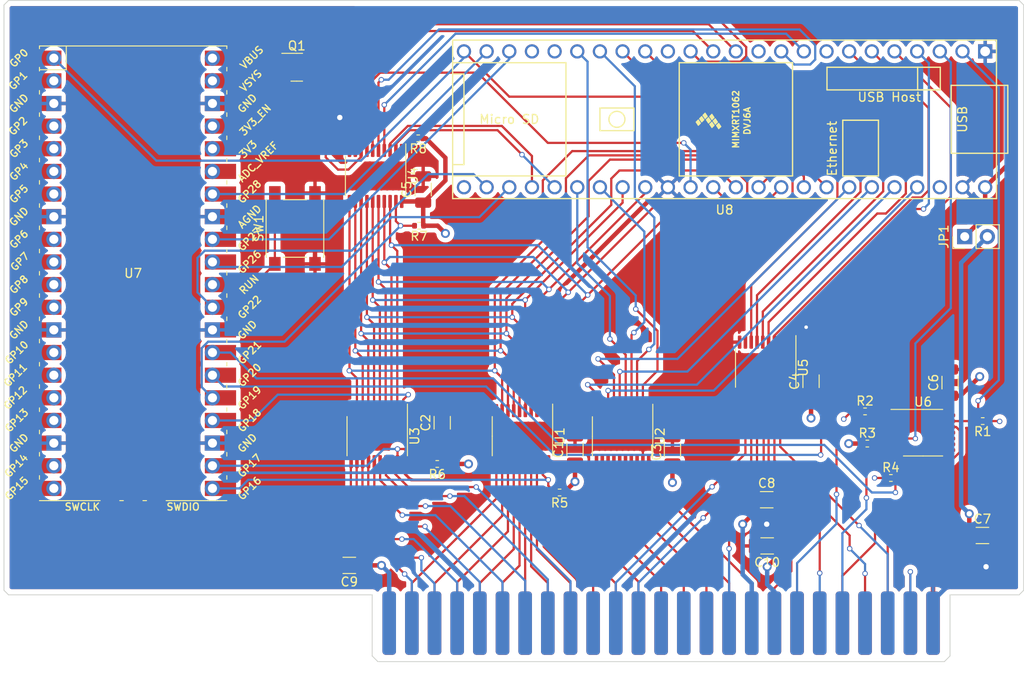
<source format=kicad_pcb>
(kicad_pcb (version 20221018) (generator pcbnew)
  (layers (0 "F.Cu" signal) (1 "In1.Cu" signal) (2 "In2.Cu" signal) (31 "B.Cu" signal) (34 "B.Paste" user) (35 "F.Paste" user) (36 "B.SilkS" user "B.Silkscreen") (37 "F.SilkS" user "F.Silkscreen") (38 "B.Mask" user) (39 "F.Mask" user) (44 "Edge.Cuts" user))
  (net 0 "")
  (net 1 "+3.3V")
  (net 2 "GND")
  (net 4 "/BUS_A0")
  (net 5 "/BUS_A1")
  (net 6 "/BUS_A2")
  (net 7 "/BUS_A3")
  (net 8 "/BUS_A4")
  (net 9 "/BUS_A5")
  (net 10 "/BUS_A6")
  (net 11 "/BUS_A7")
  (net 12 "/BUS_A8")
  (net 13 "/BUS_A9")
  (net 14 "/BUS_A10")
  (net 15 "/BUS_A11")
  (net 16 "/BUS_A12")
  (net 17 "/BUS_A13")
  (net 18 "/BUS_A14")
  (net 19 "/BUS_A15")
  (net 20 "/BUS_RW")
  (net 23 "/BUS_RDY")
  (net 24 "/BUS_DMA")
  (net 25 "/BUS_INTOUT")
  (net 26 "/BUS_INTIN")
  (net 28 "/BUS_IRQ")
  (net 29 "/BUS_RES")
  (net 30 "/BUS_INH")
  (net 31 "+5V")
  (net 32 "-5V")
  (net 33 "/BUS_M2B0")
  (net 37 "/BUS_uSYNC")
  (net 38 "/BUS_PHI0")
  (net 40 "/BUS_D7")
  (net 41 "/BUS_D6")
  (net 42 "/BUS_D5")
  (net 43 "/BUS_D4")
  (net 44 "/BUS_D3")
  (net 45 "/BUS_D2")
  (net 46 "/BUS_D1")
  (net 47 "/BUS_D0")
  (net 48 "+12V")
  (net 49 "/VBUS")
  (net 50 "/VSYS")
  (net 51 "/INTOUT")
  (net 52 "/IRQ")
  (net 53 "/RDY")
  (net 54 "/INH")
  (net 55 "/ALO_EN")
  (net 56 "/D_EN")
  (net 57 "/OUT_D_EN")
  (net 58 "/Transceivers/ALO_D7")
  (net 59 "/Transceivers/ALO_D6")
  (net 60 "/Transceivers/ALO_D5")
  (net 61 "/Transceivers/ALO_D4")
  (net 62 "/Transceivers/ALO_D3")
  (net 63 "/Transceivers/ALO_D2")
  (net 64 "/Transceivers/ALO_D1")
  (net 65 "/Transceivers/ALO_D0")
  (net 66 "/D_DIR")
  (net 67 "/RES")
  (net 68 "/INTIN")
  (net 69 "/DMA")
  (net 70 "/uSYNC")
  (net 71 "/M2B0")
  (net 72 "/RW")
  (net 73 "/PHI0")
  (net 74 "Net-(U4-A->B)")
  (net 75 "-12V")
  (net 76 "/TEENSY_IRQ")
  (net 77 "/OUT_D_REQ")
  (net 78 "/RDY_REQ")
  (net 79 "/INH_REQ")
  (net 80 "Net-(U7-RUN)")
  (net 97 "/VIN")
  (net 98 "/Transceivers/OUT_D7")
  (net 99 "/Transceivers/OUT_D6")
  (net 100 "/Transceivers/OUT_D5")
  (net 101 "/Transceivers/OUT_D4")
  (net 102 "/Transceivers/OUT_D3")
  (net 103 "/Transceivers/OUT_D2")
  (net 104 "/Transceivers/OUT_D1")
  (net 105 "/Transceivers/OUT_D0")
  (net 106 "/Transceivers/AHI7")
  (net 107 "/Transceivers/AHI6")
  (net 108 "/Transceivers/AHI5")
  (net 109 "/Transceivers/AHI4")
  (net 110 "/Transceivers/AHI3")
  (net 111 "/Transceivers/AHI2")
  (net 112 "/Transceivers/AHI1")
  (net 113 "/Transceivers/AHI0")
  (net 123 "/BUS_DMAPASS")
  (footprint "Capacitor_SMD:C_1206_3216Metric" (layer "F.Cu") (at 151.13 117.143 90)
    (fp_text reference "C3")
    (fp_text value "0.1uF")
  )
  (footprint "Capacitor_SMD:C_1206_3216Metric" (layer "F.Cu") (at 140.208 117.045 90)
    (fp_text reference "C1")
    (fp_text value "0.1uF")
  )
  (footprint "Package_SO:TSSOP-20_4.4x6.5mm_P0.65mm" (layer "F.Cu") (at 134.3158 115.5523 -90)
    (fp_text reference "U1")
    (fp_text value "74LS245")
  )
  (footprint "Package_SO:TSSOP-20_4.4x6.5mm_P0.65mm" (layer "F.Cu") (at 145.542 115.57 -90)
    (fp_text reference "U2")
    (fp_text value "74LS245")
  )
  (footprint "Package_SO:TSSOP-20_4.4x6.5mm_P0.65mm" (layer "F.Cu") (at 117.856 86.36 -90)
    (fp_text reference "U4")
    (fp_text value "74LS245")
  )
  (footprint "Connector_PinHeader_2.54mm:PinHeader_1x02_P2.54mm_Vertical" (layer "F.Cu") (at 183.891 93.1672 90)
    (fp_text reference "JP1")
    (fp_text value "Jumper_2_Open")
  )
  (footprint "Resistor_SMD:R_0402_1005Metric" (layer "F.Cu") (at 172.72 112.776)
    (fp_text reference "R2")
    (fp_text value "10K")
  )
  (footprint "Capacitor_SMD:C_1206_3216Metric" (layer "F.Cu") (at 125.3236 114.046 90)
    (fp_text reference "C2")
    (fp_text value "0.1uF")
  )
  (footprint "Capacitor_SMD:C_1206_3216Metric" (layer "F.Cu") (at 166.665 109.3901 90)
    (fp_text reference "C4")
    (fp_text value "0.1uF" hide)
  )
  (footprint "Resistor_SMD:R_0402_1005Metric" (layer "F.Cu") (at 175.6156 120.2436)
    (fp_text reference "R4")
    (fp_text value "10K")
  )
  (footprint "Package_SO:TSSOP-20_4.4x6.5mm_P0.65mm" (layer "F.Cu") (at 161.585 107.8661 -90)
    (fp_text reference "U5")
    (fp_text value "74LS245")
  )
  (footprint "Capacitor_SMD:C_1206_3216Metric" (layer "F.Cu") (at 123.19 87.884 90)
    (fp_text reference "C5")
    (fp_text value "0.1uF")
  )
  (footprint "Package_SO:TSSOP-20_4.4x6.5mm_P0.65mm" (layer "F.Cu") (at 118.0378 115.5523 -90)
    (fp_text reference "U3")
    (fp_text value "74LS245")
  )
  (footprint "Capacitor_SMD:C_1206_3216Metric" (layer "F.Cu") (at 182.2527 109.5444 90)
    (fp_text reference "C6")
    (fp_text value "0.1uF")
  )
  (footprint "RPi_Pico:RPi_Pico_SMD_TH" (layer "F.Cu") (at 90.678 97.282)
    (fp_text reference "U7")
    (fp_text value "Pico")
  )
  (footprint "appletini:AppleIIBus_Edge" (layer "F.Cu") (at 149.86 136.525)
    (fp_text reference "J1" hide)
    (fp_text value "Conn_02x25_Counter_Clockwise" hide)
    (fp_line (start -32.385 3.683) (end -32.385 -3.175) (stroke (width 0.1)) (layer "Edge.Cuts"))
    (fp_line (start -31.75 4.318) (end -32.385 3.683) (stroke (width 0.1)) (layer "Edge.Cuts"))
    (fp_line (start 31.75 4.318) (end -31.75 4.318) (stroke (width 0.1)) (layer "Edge.Cuts"))
    (fp_line (start 31.75 4.318) (end 32.385 3.683) (stroke (width 0.1)) (layer "Edge.Cuts"))
    (fp_line (start 32.385 -3.175) (end 32.385 3.683) (stroke (width 0.1)) (layer "Edge.Cuts"))
  )
  (footprint "Button_Switch_SMD:SW_Push_1P1T_NO_6x6mm_H9.5mm" (layer "F.Cu") (at 108.8136 92.2528 90)
    (fp_text reference "SW1")
    (fp_text value "SW_Push")
  )
  (footprint "Resistor_SMD:R_0402_1005Metric" (layer "F.Cu") (at 172.974 116.3828)
    (fp_text reference "R3")
    (fp_text value "10K")
  )
  (footprint "Resistor_SMD:R_0402_1005Metric" (layer "F.Cu") (at 124.7648 118.6688 180)
    (fp_text reference "R6")
    (fp_text value "10K")
  )
  (footprint "Package_TO_SOT_SMD:SOT-23" (layer "F.Cu") (at 109.0168 74.168)
    (fp_text reference "Q1")
    (fp_text value "DMG2305UX-7")
  )
  (footprint "Resistor_SMD:R_0402_1005Metric" (layer "F.Cu") (at 122.7328 91.948 180)
    (fp_text reference "R7")
    (fp_text value "10K")
  )
  (footprint "teensy:Teensy41" (layer "F.Cu") (at 156.972 80.01 180)
    (fp_text reference "U8")
    (fp_text value "Teensy4.1")
  )
  (footprint "Capacitor_SMD:C_1206_3216Metric" (layer "F.Cu") (at 185.8772 126.6952)
    (fp_text reference "C7")
    (fp_text value "0.1uF" hide)
  )
  (footprint "Capacitor_SMD:C_1206_3216Metric" (layer "F.Cu") (at 161.6964 122.682)
    (fp_text reference "C8")
    (fp_text value "0.1uF")
  )
  (footprint "Resistor_SMD:R_0402_1005Metric" (layer "F.Cu") (at 122.6312 82.1436 180)
    (fp_text reference "R8")
    (fp_text value "10K")
  )
  (footprint "Resistor_SMD:R_0402_1005Metric" (layer "F.Cu") (at 138.4808 121.8692 180)
    (fp_text reference "R5")
    (fp_text value "10K")
  )
  (footprint "Resistor_SMD:R_0402_1005Metric" (layer "F.Cu") (at 185.9103 113.8624 180)
    (fp_text reference "R1")
    (fp_text value "10K")
  )
  (footprint "Package_SO:TSSOP-14_4.4x5mm_P0.65mm" (layer "F.Cu") (at 179.2224 115.1636)
    (fp_text reference "U6")
    (fp_text value "74LS07")
  )
  (footprint "Capacitor_SMD:C_1206_3216Metric" (layer "F.Cu") (at 161.7472 127.8636 180)
    (fp_text reference "C10")
    (fp_text value "0.1uF")
  )
  (footprint "Capacitor_SMD:C_1206_3216Metric" (layer "F.Cu") (at 114.9096 130.048 180)
    (fp_text reference "C9")
    (fp_text value "0.1uF")
  )
  (gr_line (start 190.5 67.183) (end 190.5 132.842) (stroke (width 0.1)) (layer "Edge.Cuts"))
  (gr_line (start 76.2 132.842) (end 76.708 133.35) (stroke (width 0.1)) (layer "Edge.Cuts"))
  (gr_line (start 189.992 133.35) (end 182.245 133.35) (stroke (width 0.1)) (layer "Edge.Cuts"))
  (gr_line (start 189.992 133.35) (end 190.5 132.842) (stroke (width 0.1)) (layer "Edge.Cuts"))
  (gr_line (start 76.708 133.35) (end 117.475 133.35) (stroke (width 0.1)) (layer "Edge.Cuts"))
  (gr_line (start 76.2 67.183) (end 76.708 66.675) (stroke (width 0.1)) (layer "Edge.Cuts"))
  (gr_line (start 76.2 67.183) (end 76.2 132.842) (stroke (width 0.1)) (layer "Edge.Cuts"))
  (gr_line (start 76.708 66.675) (end 189.992 66.675) (stroke (width 0.1)) (layer "Edge.Cuts"))
  (gr_line (start 189.992 66.675) (end 190.5 67.183) (stroke (width 0.1)) (layer "Edge.Cuts"))
  (segment (start 140.208 118.52) (end 137.346 118.52) (width 0.5) (layer "F.Cu") (net 1))
  (segment (start 182.2527 111.0194) (end 183.4174 111.0194) (width 0.5) (layer "F.Cu") (net 1))
  (segment (start 148.6525 118.618) (end 148.5718 118.5373) (width 0.5) (layer "F.Cu") (net 1))
  (segment (start 140.208 120.652) (end 138.9908 121.8692) (width 0.5) (layer "F.Cu") (net 1))
  (segment (start 125.6792 84.328) (end 123.4948 82.1436) (width 0.5) (layer "F.Cu") (net 1))
  (segment (start 182.2527 113.1284) (end 182.1688 113.1284) (width 0.5) (layer "F.Cu") (net 1))
  (segment (start 166.665 110.8651) (end 164.6465 110.8651) (width 0.5) (layer "F.Cu") (net 1))
  (segment (start 125.3236 115.521) (end 125.3236 118.62) (width 0.5) (layer "F.Cu") (net 1))
  (segment (start 148.5718 118.5373) (end 148.5718 118.4325) (width 0.5) (layer "F.Cu") (net 1))
  (segment (start 172.21 112.776) (end 171.196 112.776) (width 0.25) (layer "F.Cu") (net 1))
  (segment (start 125.2748 118.944325) (end 124.675525 119.5436) (width 0.5) (layer "F.Cu") (net 1))
  (segment (start 123.0535 89.2225) (end 120.8858 89.2225) (width 0.5) (layer "F.Cu") (net 1))
  (segment (start 125.3236 118.62) (end 125.2748 118.6688) (width 0.5) (layer "F.Cu") (net 1))
  (segment (start 171.196 112.776) (end 170.3324 113.6396) (width 0.25) (layer "F.Cu") (net 1))
  (segment (start 151.13 118.618) (end 148.6525 118.618) (width 0.5) (layer "F.Cu") (net 1))
  (segment (start 123.2428 91.948) (end 123.19 91.8952) (width 0.5) (layer "F.Cu") (net 1))
  (segment (start 175.1056 120.2436) (end 173.7868 120.2436) (width 0.25) (layer "F.Cu") (net 1))
  (segment (start 187.8076 113.8936) (end 187.7764 113.8624) (width 0.25) (layer "F.Cu") (net 1))
  (segment (start 166.665 110.8651) (end 166.665 113.5282) (width 0.5) (layer "F.Cu") (net 1))
  (segment (start 170.8912 116.3828) (end 172.464 116.3828) (width 0.5) (layer "F.Cu") (net 1))
  (segment (start 123.4948 82.1436) (end 123.1412 82.1436) (width 0.5) (layer "F.Cu") (net 1))
  (segment (start 125.6792 86.8698) (end 125.6792 84.328) (width 0.5) (layer "F.Cu") (net 1))
  (segment (start 125.2748 118.6688) (end 125.2748 118.944325) (width 0.5) (layer "F.Cu") (net 1))
  (segment (start 128.27 118.6688) (end 125.2748 118.6688) (width 0.5) (layer "F.Cu") (net 1))
  (segment (start 125.6792 92.8116) (end 124.8156 91.948) (width 0.5) (layer "F.Cu") (net 1))
  (segment (start 123.19 89.359) (end 123.0535 89.2225) (width 0.5) (layer "F.Cu") (net 1))
  (segment (start 151.13 120.7516) (end 151.13 118.618) (width 0.5) (layer "F.Cu") (net 1))
  (segment (start 137.3456 118.5196) (end 137.3456 118.4148) (width 0.5) (layer "F.Cu") (net 1))
  (segment (start 187.7764 113.8624) (end 186.4203 113.8624) (width 0.25) (layer "F.Cu") (net 1))
  (segment (start 164.6148 110.8334) (end 164.6148 110.7286) (width 0.5) (layer "F.Cu") (net 1))
  (segment (start 140.208 118.52) (end 140.208 120.65) (width 0.5) (layer "F.Cu") (net 1))
  (segment (start 137.346 118.52) (end 137.3456 118.5196) (width 0.5) (layer "F.Cu") (net 1))
  (segment (start 185.5724 108.8644) (end 185.5216 108.9152) (width 0.5) (layer "F.Cu") (net 1))
  (segment (start 182.2527 111.0194) (end 182.2527 113.1284) (width 0.5) (layer "F.Cu") (net 1))
  (segment (start 164.6465 110.8651) (end 164.6148 110.8334) (width 0.5) (layer "F.Cu") (net 1))
  (segment (start 183.4174 111.0194) (end 185.5724 108.8644) (width 0.5) (layer "F.Cu") (net 1))
  (segment (start 122.1964 119.5436) (end 121.0676 118.4148) (width 0.5) (layer "F.Cu") (net 1))
  (segment (start 140.208 120.65) (end 140.208 120.652) (width 0.5) (layer "F.Cu") (net 1))
  (segment (start 124.8156 91.948) (end 123.2428 91.948) (width 0.5) (layer "F.Cu") (net 1))
  (segment (start 123.19 89.359) (end 125.6792 86.8698) (width 0.5) (layer "F.Cu") (net 1))
  (segment (start 123.19 91.8952) (end 123.19 89.359) (width 0.5) (layer "F.Cu") (net 1))
  (segment (start 124.675525 119.5436) (end 122.1964 119.5436) (width 0.5) (layer "F.Cu") (net 1))
  (via (at 187.8076 113.8936) (size 0.6) (drill 0.4) (layers "F.Cu" "B.Cu") (net 1))
  (via (at 151.13 120.7516) (size 1) (drill 0.6) (layers "F.Cu" "B.Cu") (net 1))
  (via (at 170.3324 113.6396) (size 0.6) (drill 0.4) (layers "F.Cu" "B.Cu") (net 1))
  (via (at 170.8912 116.3828) (size 1) (drill 0.6) (layers "F.Cu" "B.Cu") (net 1))
  (via (at 128.27 118.6688) (size 1) (drill 0.6) (layers "F.Cu" "B.Cu") (net 1))
  (via (at 125.6792 92.8116) (size 1) (drill 0.6) (layers "F.Cu" "B.Cu") (net 1))
  (via (at 185.5724 108.8644) (size 1) (drill 0.6) (layers "F.Cu" "B.Cu") (net 1))
  (via (at 166.665 113.5282) (size 1) (drill 0.6) (layers "F.Cu" "B.Cu") (net 1))
  (via (at 173.7868 120.2436) (size 0.6) (drill 0.4) (layers "F.Cu" "B.Cu") (net 1))
  (via (at 140.208 120.65) (size 1) (drill 0.6) (layers "F.Cu" "B.Cu") (net 1))
  (segment (start 163.86 110.7286) (end 163.86 108.8852) (width 0.25) (layer "F.Cu") (net 2))
  (segment (start 176.4634 114.5136) (end 176.4438 114.5332) (width 0.25) (layer "F.Cu") (net 2))
  (segment (start 163.1714 123.9502) (end 163.1714 122.682) (width 0.5) (layer "F.Cu") (net 2))
  (segment (start 164.51 104.9332) (end 164.51 105.0036) (width 0.25) (layer "F.Cu") (net 2))
  (segment (start 111.0636 88.2778) (end 111.0636 96.2278) (width 0.5) (layer "F.Cu") (net 2))
  (segment (start 179.8112 115.1636) (end 179.1612 114.5136) (width 0.25) (layer "F.Cu") (net 2))
  (segment (start 160.2722 126.8494) (end 161.6964 125.4252) (width 0.5) (layer "F.Cu") (net 2))
  (segment (start 179.8112 115.1636) (end 182.1492 115.1636) (width 0.25) (layer "F.Cu") (net 2))
  (segment (start 178.451394 117.1332) (end 176.4438 117.1332) (width 0.25) (layer "F.Cu") (net 2))
  (segment (start 179.8112 115.773394) (end 178.451394 117.1332) (width 0.25) (layer "F.Cu") (net 2))
  (segment (start 160.2722 127.8636) (end 160.2722 126.8494) (width 0.5) (layer "F.Cu") (net 2))
  (segment (start 161.6964 125.4252) (end 163.1714 123.9502) (width 0.5) (layer "F.Cu") (net 2))
  (segment (start 179.1612 114.5136) (end 176.4634 114.5136) (width 0.25) (layer "F.Cu") (net 2))
  (segment (start 166.116 103.3272) (end 164.51 104.9332) (width 0.25) (layer "F.Cu") (net 2))
  (segment (start 147.817 116.6478) (end 147.828 116.6368) (width 0.25) (layer "F.Cu") (net 2))
  (segment (start 179.8112 115.1636) (end 179.8112 115.773394) (width 0.25) (layer "F.Cu") (net 2))
  (segment (start 147.817 118.4325) (end 147.817 116.6478) (width 0.25) (layer "F.Cu") (net 2))
  (segment (start 182.1492 115.1636) (end 182.1688 115.1832) (width 0.25) (layer "F.Cu") (net 2))
  (via (at 113.8428 79.8068) (size 1) (drill 0.6) (layers "F.Cu" "B.Cu") (net 2))
  (via (at 166.116 103.3272) (size 0.6) (drill 0.4) (layers "F.Cu" "B.Cu") (net 2))
  (via (at 161.6964 125.4252) (size 1) (drill 0.6) (layers "F.Cu" "B.Cu") (net 2))
  (via (at 186.2836 130.2004) (size 1) (drill 0.6) (layers "F.Cu" "B.Cu") (net 2))
  (segment (start 180.34 134.003421) (end 180.34 136.525) (width 0.5) (layer "B.Cu") (net 2))
  (segment (start 184.143021 130.2004) (end 180.34 134.003421) (width 0.5) (layer "B.Cu") (net 2))
  (segment (start 186.2836 130.2004) (end 184.143021 130.2004) (width 0.5) (layer "B.Cu") (net 2))
  (segment (start 131.3908 122.5584) (end 131.3908 118.4148) (width 0.25) (layer "F.Cu") (net 4))
  (segment (start 131.191 122.7582) (end 131.3908 122.5584) (width 0.25) (layer "F.Cu") (net 4))
  (segment (start 121.92 132.0292) (end 131.191 122.7582) (width 0.25) (layer "F.Cu") (net 4))
  (segment (start 121.92 136.525) (end 121.92 132.0292) (width 0.25) (layer "F.Cu") (net 4))
  (segment (start 124.46 136.525) (end 124.46 132.08) (width 0.25) (layer "F.Cu") (net 5))
  (segment (start 131.826 124.714) (end 132.0408 124.4992) (width 0.25) (layer "F.Cu") (net 5))
  (segment (start 132.0408 124.4992) (end 132.0408 118.4148) (width 0.25) (layer "F.Cu") (net 5))
  (segment (start 124.46 132.08) (end 131.826 124.714) (width 0.25) (layer "F.Cu") (net 5))
  (segment (start 132.0408 124.4992) (end 132.0408 124.3584) (width 0.25) (layer "F.Cu") (net 5))
  (segment (start 132.6908 126.2368) (end 132.6908 118.4148) (width 0.25) (layer "F.Cu") (net 6))
  (segment (start 127 131.9276) (end 132.6908 126.2368) (width 0.25) (layer "F.Cu") (net 6))
  (segment (start 127 136.525) (end 127 131.9276) (width 0.25) (layer "F.Cu") (net 6))
  (segment (start 129.54 132.0292) (end 133.3408 128.2284) (width 0.25) (layer "F.Cu") (net 7))
  (segment (start 133.3408 128.2284) (end 133.3408 118.4148) (width 0.25) (layer "F.Cu") (net 7))
  (segment (start 129.54 136.525) (end 129.54 132.0292) (width 0.25) (layer "F.Cu") (net 7))
  (segment (start 132.08 131.9784) (end 133.9908 130.0676) (width 0.25) (layer "F.Cu") (net 8))
  (segment (start 132.08 136.525) (end 132.08 131.9784) (width 0.25) (layer "F.Cu") (net 8))
  (segment (start 133.9908 130.0676) (end 133.9908 118.4148) (width 0.25) (layer "F.Cu") (net 8))
  (segment (start 134.6408 123.2708) (end 134.62 123.2916) (width 0.25) (layer "F.Cu") (net 9))
  (segment (start 134.6408 118.4148) (end 134.6408 123.2708) (width 0.25) (layer "F.Cu") (net 9))
  (segment (start 134.62 136.525) (end 134.62 123.2916) (width 0.25) (layer "F.Cu") (net 9))
  (segment (start 134.62 123.2916) (end 134.62 122.990487) (width 0.25) (layer "F.Cu") (net 9))
  (segment (start 137.16 132.0292) (end 135.2908 130.16) (width 0.25) (layer "F.Cu") (net 10))
  (segment (start 135.2908 130.16) (end 135.2908 118.4148) (width 0.25) (layer "F.Cu") (net 10))
  (segment (start 137.16 136.525) (end 137.16 132.0292) (width 0.25) (layer "F.Cu") (net 10))
  (segment (start 139.7 132.0292) (end 135.9408 128.27) (width 0.25) (layer "F.Cu") (net 11))
  (segment (start 139.7 136.525) (end 139.7 132.0292) (width 0.25) (layer "F.Cu") (net 11))
  (segment (start 135.9408 128.27) (end 135.9408 118.4148) (width 0.25) (layer "F.Cu") (net 11))
  (segment (start 142.617 131.5506) (end 142.617 118.4325) (width 0.25) (layer "F.Cu") (net 12))
  (segment (start 142.24 131.9276) (end 142.617 131.5506) (width 0.25) (layer "F.Cu") (net 12))
  (segment (start 142.24 136.525) (end 142.24 131.9276) (width 0.25) (layer "F.Cu") (net 12))
  (segment (start 144.78 132.08) (end 143.256 130.556) (width 0.25) (layer "F.Cu") (net 13))
  (segment (start 143.256 130.556) (end 143.256 118.4435) (width 0.25) (layer "F.Cu") (net 13))
  (segment (start 143.256 118.4435) (end 143.267 118.4325) (width 0.25) (layer "F.Cu") (net 13))
  (segment (start 144.78 136.525) (end 144.78 132.08) (width 0.25) (layer "F.Cu") (net 13))
  (segment (start 147.32 136.525) (end 147.32 131.8768) (width 0.25) (layer "F.Cu") (net 14))
  (segment (start 147.32 131.8768) (end 143.917 128.4738) (width 0.25) (layer "F.Cu") (net 14))
  (segment (start 143.917 128.4738) (end 143.917 118.4325) (width 0.25) (layer "F.Cu") (net 14))
  (segment (start 144.567 126.6346) (end 149.86 131.9276) (width 0.25) (layer "F.Cu") (net 15))
  (segment (start 149.86 131.9276) (end 149.86 136.525) (width 0.25) (layer "F.Cu") (net 15))
  (segment (start 144.567 118.4325) (end 144.567 126.6346) (width 0.25) (layer "F.Cu") (net 15))
  (segment (start 145.217 124.9478) (end 145.217 118.4325) (width 0.25) (layer "F.Cu") (net 16))
  (segment (start 152.4 136.525) (end 152.4 132.1308) (width 0.25) (layer "F.Cu") (net 16))
  (segment (start 152.4 132.1308) (end 145.217 124.9478) (width 0.25) (layer "F.Cu") (net 16))
  (segment (start 154.94 136.525) (end 154.94 131.9276) (width 0.25) (layer "F.Cu") (net 17))
  (segment (start 154.94 131.9276) (end 145.867 122.8546) (width 0.25) (layer "F.Cu") (net 17))
  (segment (start 145.867 122.8546) (end 145.867 118.4325) (width 0.25) (layer "F.Cu") (net 17))
  (segment (start 157.48 136.525) (end 157.48 132.0292) (width 0.25) (layer "F.Cu") (net 18))
  (segment (start 146.517 121.0662) (end 146.517 118.4325) (width 0.25) (layer "F.Cu") (net 18))
  (segment (start 157.48 132.0292) (end 146.517 121.0662) (width 0.25) (layer "F.Cu") (net 18))
  (segment (start 160.02 132.12225) (end 147.167 119.26925) (width 0.25) (layer "F.Cu") (net 19))
  (segment (start 147.167 119.26925) (end 147.167 118.4325) (width 0.25) (layer "F.Cu") (net 19))
  (segment (start 160.02 136.525) (end 160.02 132.12225) (width 0.25) (layer "F.Cu") (net 19))
  (segment (start 164.455 130.693) (end 164.455 129.7078) (width 0.25) (layer "F.Cu") (net 20))
  (segment (start 162.56 136.525) (end 162.56 132.588) (width 0.25) (layer "F.Cu") (net 20))
  (segment (start 162.56 132.588) (end 164.455 130.693) (width 0.25) (layer "F.Cu") (net 20))
  (segment (start 161.3564 118.4812) (end 164.455 121.5798) (width 0.25) (layer "F.Cu") (net 20))
  (segment (start 161.3564 110.825) (end 161.3564 118.4812) (width 0.25) (layer "F.Cu") (net 20))
  (segment (start 164.455 129.7078) (end 164.4396 129.6924) (width 0.25) (layer "F.Cu") (net 20))
  (segment (start 161.26 110.7286) (end 161.3564 110.825) (width 0.25) (layer "F.Cu") (net 20))
  (segment (start 164.455 121.5798) (end 164.455 129.7078) (width 0.25) (layer "F.Cu") (net 20))
  (segment (start 173.8376 127.5588) (end 173.8376 125.4644) (width 0.25) (layer "F.Cu") (net 23))
  (segment (start 170.18 131.2164) (end 173.8376 127.5588) (width 0.25) (layer "F.Cu") (net 23))
  (segment (start 173.8376 125.4644) (end 182.1688 117.1332) (width 0.25) (layer "F.Cu") (net 23))
  (segment (start 170.18 136.525) (end 170.18 131.2164) (width 0.25) (layer "F.Cu") (net 23))
  (segment (start 170.9928 128.1684) (end 170.9928 126.6952) (width 0.25) (layer "F.Cu") (net 24))
  (segment (start 162.56 118.2624) (end 162.56 110.7286) (width 0.25) (layer "F.Cu") (net 24))
  (segment (start 172.72 136.525) (end 172.72 130.9624) (width 0.25) (layer "F.Cu") (net 24))
  (segment (start 170.9928 126.6952) (end 162.56 118.2624) (width 0.25) (layer "F.Cu") (net 24))
  (via (at 170.9928 128.1684) (size 0.6) (drill 0.4) (layers "F.Cu" "B.Cu") (net 24))
  (via (at 172.72 130.9624) (size 0.6) (drill 0.4) (layers "F.Cu" "B.Cu") (net 24))
  (segment (start 170.9928 128.1684) (end 172.72 129.8956) (width 0.25) (layer "B.Cu") (net 24))
  (segment (start 172.72 129.8956) (end 172.72 130.9624) (width 0.25) (layer "B.Cu") (net 24))
  (segment (start 175.26 136.525) (end 175.26 125.420987) (width 0.25) (layer "F.Cu") (net 25))
  (segment (start 183.3361 114.92805) (end 182.94125 114.5332) (width 0.25) (layer "F.Cu") (net 25))
  (segment (start 183.3361 117.344887) (end 183.3361 114.92805) (width 0.25) (layer "F.Cu") (net 25))
  (segment (start 175.26 125.420987) (end 183.3361 117.344887) (width 0.25) (layer "F.Cu") (net 25))
  (segment (start 182.94125 114.5332) (end 182.1688 114.5332) (width 0.25) (layer "F.Cu") (net 25))
  (segment (start 172.04967 125.5776) (end 163.21 116.73793) (width 0.25) (layer "F.Cu") (net 26))
  (segment (start 163.21 116.73793) (end 163.21 110.7286) (width 0.25) (layer "F.Cu") (net 26))
  (via (at 172.04967 125.5776) (size 0.6) (drill 0.4) (layers "F.Cu" "B.Cu") (net 26))
  (segment (start 172.04967 125.5776) (end 175.26 128.78793) (width 0.25) (layer "B.Cu") (net 26))
  (segment (start 175.26 128.78793) (end 175.26 136.525) (width 0.25) (layer "B.Cu") (net 26))
  (segment (start 172.8724 122.4788) (end 172.8724 119.11435) (width 0.25) (layer "F.Cu") (net 28))
  (segment (start 172.8724 119.11435) (end 175.50355 116.4832) (width 0.25) (layer "F.Cu") (net 28))
  (segment (start 175.50355 116.4832) (end 176.4438 116.4832) (width 0.25) (layer "F.Cu") (net 28))
  (via (at 172.8724 122.4788) (size 0.6) (drill 0.4) (layers "F.Cu" "B.Cu") (net 28))
  (segment (start 172.8724 123.7488) (end 170.18 126.4412) (width 0.25) (layer "B.Cu") (net 28))
  (segment (start 170.18 126.4412) (end 170.18 136.525) (width 0.25) (layer "B.Cu") (net 28))
  (segment (start 172.8724 122.4788) (end 172.8724 123.7488) (width 0.25) (layer "B.Cu") (net 28))
  (segment (start 161.91 118.289242) (end 167.64 124.019242) (width 0.25) (layer "F.Cu") (net 29))
  (segment (start 161.91 110.7286) (end 161.91 118.289242) (width 0.25) (layer "F.Cu") (net 29))
  (segment (start 167.64 124.019242) (end 167.64 130.9116) (width 0.25) (layer "F.Cu") (net 29))
  (via (at 167.64 130.9116) (size 0.6) (drill 0.4) (layers "F.Cu" "B.Cu") (net 29))
  (segment (start 167.64 136.525) (end 167.64 130.9116) (width 0.25) (layer "B.Cu") (net 29))
  (segment (start 169.5196 122.0724) (end 169.5196 115.824) (width 0.25) (layer "F.Cu") (net 30))
  (segment (start 171.48 113.8636) (end 176.4242 113.8636) (width 0.25) (layer "F.Cu") (net 30))
  (segment (start 176.4242 113.8636) (end 176.4438 113.8832) (width 0.25) (layer "F.Cu") (net 30))
  (segment (start 169.5196 115.824) (end 171.48 113.8636) (width 0.25) (layer "F.Cu") (net 30))
  (via (at 169.5196 122.0724) (size 0.6) (drill 0.4) (layers "F.Cu" "B.Cu") (net 30))
  (segment (start 165.1 129.794) (end 165.1 136.525) (width 0.25) (layer "B.Cu") (net 30))
  (segment (start 169.5196 125.3744) (end 165.1 129.794) (width 0.25) (layer "B.Cu") (net 30))
  (segment (start 169.5196 122.0724) (end 169.5196 125.3744) (width 0.25) (layer "B.Cu") (net 30))
  (segment (start 180.34 136.525) (end 180.34 130.7574) (width 0.5) (layer "F.Cu") (net 31))
  (segment (start 184.4022 124.3094) (end 184.404 124.2568) (width 0.5) (layer "F.Cu") (net 31))
  (segment (start 184.404 124.2568) (end 184.4022 126.6952) (width 0.5) (layer "F.Cu") (net 31))
  (segment (start 180.34 130.7574) (end 184.4022 126.6952) (width 0.5) (layer "F.Cu") (net 31))
  (via (at 184.404 124.2568) (size 1) (drill 0.6) (layers "F.Cu" "B.Cu") (net 31))
  (segment (start 183.4896 123.3424) (end 183.4896 96.1086) (width 0.5) (layer "B.Cu") (net 31))
  (segment (start 183.4896 96.1086) (end 186.431 93.1672) (width 0.5) (layer "B.Cu") (net 31))
  (segment (start 184.404 124.2568) (end 183.4896 123.3424) (width 0.5) (layer "B.Cu") (net 31))
  (segment (start 160.2214 124.2078) (end 159.004 125.4252) (width 0.5) (layer "F.Cu") (net 32))
  (segment (start 160.2214 122.682) (end 160.2214 124.2078) (width 0.5) (layer "F.Cu") (net 32))
  (via (at 159.004 125.4252) (size 1) (drill 0.6) (layers "F.Cu" "B.Cu") (net 32))
  (segment (start 160.02 136.525) (end 160.02 132.08) (width 0.5) (layer "B.Cu") (net 32))
  (segment (start 159.004 125.4252) (end 159.004 125.476) (width 0.5) (layer "B.Cu") (net 32))
  (segment (start 159.004 131.064) (end 159.004 125.4252) (width 0.5) (layer "B.Cu") (net 32))
  (segment (start 160.02 132.08) (end 159.004 131.064) (width 0.5) (layer "B.Cu") (net 32))
  (segment (start 157.48 122.495242) (end 160.61 119.365242) (width 0.25) (layer "F.Cu") (net 33))
  (segment (start 160.61 119.365242) (end 160.61 110.7286) (width 0.25) (layer "F.Cu") (net 33))
  (segment (start 157.48 128.1684) (end 157.48 122.495242) (width 0.25) (layer "F.Cu") (net 33))
  (via (at 157.48 128.1684) (size 0.6) (drill 0.4) (layers "F.Cu" "B.Cu") (net 33))
  (segment (start 157.48 136.525) (end 157.48 131.8768) (width 0.25) (layer "B.Cu") (net 33))
  (segment (start 157.48 131.8768) (end 157.48 128.1684) (width 0.25) (layer "B.Cu") (net 33))
  (segment (start 159.96 119.3384) (end 159.96 110.7286) (width 0.25) (layer "F.Cu") (net 37))
  (segment (start 154.5844 124.714) (end 159.96 119.3384) (width 0.25) (layer "F.Cu") (net 37))
  (via (at 154.5844 124.714) (size 0.6) (drill 0.4) (layers "F.Cu" "B.Cu") (net 37))
  (segment (start 147.32 136.525) (end 147.32 131.9784) (width 0.25) (layer "B.Cu") (net 37))
  (segment (start 147.32 131.9784) (end 154.5844 124.714) (width 0.25) (layer "B.Cu") (net 37))
  (segment (start 159.31 117.4992) (end 159.31 110.7286) (width 0.25) (layer "F.Cu") (net 38))
  (segment (start 155.575 121.2342) (end 159.31 117.4992) (width 0.25) (layer "F.Cu") (net 38))
  (via (at 155.575 121.2342) (size 0.6) (drill 0.4) (layers "F.Cu" "B.Cu") (net 38))
  (segment (start 155.5242 121.2342) (end 144.78 131.9784) (width 0.25) (layer "B.Cu") (net 38))
  (segment (start 155.575 121.2342) (end 155.5242 121.2342) (width 0.25) (layer "B.Cu") (net 38))
  (segment (start 144.78 131.9784) (end 144.78 136.525) (width 0.25) (layer "B.Cu") (net 38))
  (segment (start 121.5136 121.2596) (end 119.6628 119.4088) (width 0.25) (layer "F.Cu") (net 40))
  (segment (start 119.6628 119.4088) (end 119.6628 118.4148) (width 0.25) (layer "F.Cu") (net 40))
  (segment (start 129.1336 121.2596) (end 121.5136 121.2596) (width 0.25) (layer "F.Cu") (net 40))
  (via (at 129.1336 121.2596) (size 0.6) (drill 0.4) (layers "F.Cu" "B.Cu") (net 40))
  (segment (start 129.1336 121.2596) (end 139.7 131.826) (width 0.25) (layer "B.Cu") (net 40))
  (segment (start 139.7 131.826) (end 139.7 136.525) (width 0.25) (layer "B.Cu") (net 40))
  (segment (start 121.3612 122.2756) (end 119.0128 119.9272) (width 0.25) (layer "F.Cu") (net 41))
  (segment (start 126.1872 122.2756) (end 121.3612 122.2756) (width 0.25) (layer "F.Cu") (net 41))
  (segment (start 119.0128 119.9272) (end 119.0128 118.4148) (width 0.25) (layer "F.Cu") (net 41))
  (via (at 126.1872 122.2756) (size 0.6) (drill 0.4) (layers "F.Cu" "B.Cu") (net 41))
  (segment (start 127.8128 122.2756) (end 137.16 131.6228) (width 0.25) (layer "B.Cu") (net 41))
  (segment (start 126.1872 122.2756) (end 127.8128 122.2756) (width 0.25) (layer "B.Cu") (net 41))
  (segment (start 137.16 131.6228) (end 137.16 136.525) (width 0.25) (layer "B.Cu") (net 41))
  (segment (start 127.8128 122.2756) (end 128.9812 123.444) (width 0.25) (layer "B.Cu") (net 41))
  (segment (start 121.2596 123.3932) (end 118.3628 120.4964) (width 0.25) (layer "F.Cu") (net 42))
  (segment (start 123.444 123.3932) (end 121.2596 123.3932) (width 0.25) (layer "F.Cu") (net 42))
  (segment (start 118.3628 120.4964) (end 118.3628 118.4148) (width 0.25) (layer "F.Cu") (net 42))
  (via (at 123.444 123.3932) (size 0.6) (drill 0.4) (layers "F.Cu" "B.Cu") (net 42))
  (segment (start 126.238 123.3932) (end 134.62 131.7752) (width 0.25) (layer "B.Cu") (net 42))
  (segment (start 123.444 123.3932) (end 126.238 123.3932) (width 0.25) (layer "B.Cu") (net 42))
  (segment (start 134.62 131.7752) (end 134.62 136.525) (width 0.25) (layer "B.Cu") (net 42))
  (segment (start 117.7128 121.2688) (end 117.7128 118.4148) (width 0.25) (layer "F.Cu") (net 43))
  (segment (start 120.8532 124.4092) (end 117.7128 121.2688) (width 0.25) (layer "F.Cu") (net 43))
  (via (at 120.8532 124.4092) (size 0.6) (drill 0.4) (layers "F.Cu" "B.Cu") (net 43))
  (segment (start 120.8532 124.4092) (end 124.5616 124.4092) (width 0.25) (layer "B.Cu") (net 43))
  (segment (start 132.08 131.9276) (end 132.08 136.525) (width 0.25) (layer "B.Cu") (net 43))
  (segment (start 124.5616 124.4092) (end 132.08 131.9276) (width 0.25) (layer "B.Cu") (net 43))
  (segment (start 117.034 123.0284) (end 117.034 118.4436) (width 0.25) (layer "F.Cu") (net 44))
  (segment (start 123.3932 125.6792) (end 119.6848 125.6792) (width 0.25) (layer "F.Cu") (net 44))
  (segment (start 117.034 118.4436) (end 117.0628 118.4148) (width 0.25) (layer "F.Cu") (net 44))
  (segment (start 119.6848 125.6792) (end 117.034 123.0284) (width 0.25) (layer "F.Cu") (net 44))
  (via (at 123.3932 125.6792) (size 0.6) (drill 0.4) (layers "F.Cu" "B.Cu") (net 44))
  (segment (start 129.54 131.9276) (end 129.54 136.525) (width 0.25) (layer "B.Cu") (net 44))
  (segment (start 123.3932 125.7808) (end 129.54 131.9276) (width 0.25) (layer "B.Cu") (net 44))
  (segment (start 123.3932 125.6792) (end 123.3932 125.7808) (width 0.25) (layer "B.Cu") (net 44))
  (segment (start 116.384 123.6992) (end 116.384 118.4436) (width 0.25) (layer "F.Cu") (net 45))
  (segment (start 120.8024 127.1016) (end 119.7864 127.1016) (width 0.25) (layer "F.Cu") (net 45))
  (segment (start 119.7864 127.1016) (end 116.384 123.6992) (width 0.25) (layer "F.Cu") (net 45))
  (segment (start 116.384 118.4436) (end 116.4128 118.4148) (width 0.25) (layer "F.Cu") (net 45))
  (via (at 120.8024 127.1016) (size 0.6) (drill 0.4) (layers "F.Cu" "B.Cu") (net 45))
  (segment (start 127 131.9784) (end 127 136.525) (width 0.25) (layer "B.Cu") (net 45))
  (segment (start 122.1232 127.1016) (end 127 131.9784) (width 0.25) (layer "B.Cu") (net 45))
  (segment (start 120.8024 127.1016) (end 122.1232 127.1016) (width 0.25) (layer "B.Cu") (net 45))
  (segment (start 120.5484 129.1844) (end 115.734 124.37) (width 0.25) (layer "F.Cu") (net 46))
  (segment (start 115.734 118.4436) (end 115.7628 118.4148) (width 0.25) (layer "F.Cu") (net 46))
  (segment (start 115.734 124.37) (end 115.734 118.4436) (width 0.25) (layer "F.Cu") (net 46))
  (segment (start 122.9868 129.1844) (end 120.5484 129.1844) (width 0.25) (layer "F.Cu") (net 46))
  (via (at 122.9868 129.1844) (size 0.6) (drill 0.4) (layers "F.Cu" "B.Cu") (net 46))
  (segment (start 122.9868 129.1844) (end 122.9868 130.6068) (width 0.25) (layer "B.Cu") (net 46))
  (segment (start 124.46 132.08) (end 124.46 136.525) (width 0.25) (layer "B.Cu") (net 46))
  (segment (start 122.9868 130.6068) (end 124.46 132.08) (width 0.25) (layer "B.Cu") (net 46))
  (segment (start 121.1072 131.0132) (end 115.084 124.99) (width 0.25) (layer "F.Cu") (net 47))
  (segment (start 115.084 118.4436) (end 115.1128 118.4148) (width 0.25) (layer "F.Cu") (net 47))
  (segment (start 115.084 124.99) (end 115.084 118.4436) (width 0.25) (layer "F.Cu") (net 47))
  (via (at 121.1072 131.0132) (size 0.6) (drill 0.4) (layers "F.Cu" "B.Cu") (net 47))
  (segment (start 121.92 131.826) (end 121.92 136.525) (width 0.25) (layer "B.Cu") (net 47))
  (segment (start 121.1072 131.0132) (end 121.92 131.826) (width 0.25) (layer "B.Cu") (net 47))
  (segment (start 116.3846 130.048) (end 118.5164 130.048) (width 0.5) (layer "F.Cu") (net 48))
  (via (at 118.5164 130.048) (size 1) (drill 0.6) (layers "F.Cu" "B.Cu") (net 48))
  (segment (start 119.38 130.9116) (end 118.5164 130.048) (width 0.5) (layer "B.Cu") (net 48))
  (segment (start 119.38 130.9116) (end 119.38 136.525) (width 0.5) (layer "B.Cu") (net 48))
  (segment (start 108.0793 73.218) (end 99.634 73.218) (width 0.5) (layer "F.Cu") (net 49))
  (segment (start 99.634 73.218) (end 99.568 73.152) (width 0.5) (layer "F.Cu") (net 49))
  (segment (start 107.5053 75.692) (end 99.568 75.692) (width 0.5) (layer "F.Cu") (net 50))
  (segment (start 108.0793 75.118) (end 107.5053 75.692) (width 0.5) (layer "F.Cu") (net 50))
  (segment (start 185.4003 113.8624) (end 182.1896 113.8624) (width 0.25) (layer "F.Cu") (net 51))
  (segment (start 185.4003 111.5879) (end 185.4003 113.8624) (width 0.25) (layer "F.Cu") (net 51))
  (segment (start 185.3946 111.5822) (end 185.4003 111.5879) (width 0.25) (layer "F.Cu") (net 51))
  (segment (start 182.1896 113.8624) (end 182.1688 113.8832) (width 0.25) (layer "F.Cu") (net 51))
  (via (at 185.3946 111.5822) (size 0.6) (drill 0.4) (layers "F.Cu" "B.Cu") (net 51))
  (segment (start 187.7108 76.4588) (end 183.642 72.39) (width 0.25) (layer "B.Cu") (net 51))
  (segment (start 187.7108 109.266) (end 187.7108 76.4588) (width 0.25) (layer "B.Cu") (net 51))
  (segment (start 185.3946 111.5822) (end 187.7108 109.266) (width 0.25) (layer "B.Cu") (net 51))
  (segment (start 173.484 116.3828) (end 174.0532 115.8136) (width 0.25) (layer "F.Cu") (net 52))
  (segment (start 178.3484 115.8136) (end 178.3588 115.824) (width 0.25) (layer "F.Cu") (net 52))
  (segment (start 174.0532 115.8136) (end 178.3484 115.8136) (width 0.25) (layer "F.Cu") (net 52))
  (segment (start 178.3588 115.824) (end 178.3172 115.8332) (width 0.25) (layer "F.Cu") (net 52))
  (segment (start 178.3172 115.8332) (end 178.308 115.8332) (width 0.25) (layer "F.Cu") (net 52))
  (via (at 178.3588 115.824) (size 0.6) (drill 0.4) (layers "F.Cu" "B.Cu") (net 52))
  (segment (start 181.102 72.39) (end 182.3318 73.6198) (width 0.25) (layer "B.Cu") (net 52))
  (segment (start 182.3318 101.183) (end 178.3588 105.156) (width 0.25) (layer "B.Cu") (net 52))
  (segment (start 178.3588 105.156) (end 178.3588 115.824) (width 0.25) (layer "B.Cu") (net 52))
  (segment (start 182.3318 73.6198) (end 182.3318 101.183) (width 0.25) (layer "B.Cu") (net 52))
  (segment (start 176.1236 120.2456) (end 179.9056 116.4636) (width 0.25) (layer "F.Cu") (net 53))
  (segment (start 179.9056 116.4636) (end 182.0849 116.4636) (width 0.25) (layer "F.Cu") (net 53))
  (segment (start 176.1236 121.8692) (end 176.1236 120.2456) (width 0.25) (layer "F.Cu") (net 53))
  (via (at 176.1236 121.8692) (size 0.6) (drill 0.4) (layers "F.Cu" "B.Cu") (net 53))
  (segment (start 99.568 106.172) (end 101.6 106.172) (width 0.25) (layer "B.Cu") (net 53))
  (segment (start 168.148 116.5352) (end 173.482 121.8692) (width 0.25) (layer "B.Cu") (net 53))
  (segment (start 104.4956 109.0676) (end 131.0132 109.0676) (width 0.25) (layer "B.Cu") (net 53))
  (segment (start 138.4808 116.5352) (end 168.148 116.5352) (width 0.25) (layer "B.Cu") (net 53))
  (segment (start 101.6 106.172) (end 104.4956 109.0676) (width 0.25) (layer "B.Cu") (net 53))
  (segment (start 131.0132 109.0676) (end 138.4808 116.5352) (width 0.25) (layer "B.Cu") (net 53))
  (segment (start 173.482 121.8692) (end 176.1236 121.8692) (width 0.25) (layer "B.Cu") (net 53))
  (segment (start 173.23 112.776) (end 173.6676 113.2136) (width 0.25) (layer "F.Cu") (net 54))
  (segment (start 167.7924 114.8588) (end 167.7924 117.602) (width 0.25) (layer "F.Cu") (net 54))
  (segment (start 173.6676 113.2136) (end 176.4242 113.2136) (width 0.25) (layer "F.Cu") (net 54))
  (segment (start 167.7924 117.602) (end 167.7416 117.6528) (width 0.25) (layer "F.Cu") (net 54))
  (segment (start 171.0436 111.6076) (end 167.7924 114.8588) (width 0.25) (layer "F.Cu") (net 54))
  (segment (start 176.4242 113.2136) (end 174.8182 111.6076) (width 0.25) (layer "F.Cu") (net 54))
  (segment (start 174.8182 111.6076) (end 171.0436 111.6076) (width 0.25) (layer "F.Cu") (net 54))
  (via (at 167.7416 117.6528) (size 0.6) (drill 0.4) (layers "F.Cu" "B.Cu") (net 54))
  (segment (start 100.838 109.982) (end 99.568 108.712) (width 0.25) (layer "B.Cu") (net 54))
  (segment (start 130.2512 109.982) (end 100.838 109.982) (width 0.25) (layer "B.Cu") (net 54))
  (segment (start 167.7416 117.6528) (end 137.922 117.6528) (width 0.25) (layer "B.Cu") (net 54))
  (segment (start 137.922 117.6528) (end 130.2512 109.982) (width 0.25) (layer "B.Cu") (net 54))
  (segment (start 136.5908 118.4148) (end 136.5908 119.8776) (width 0.25) (layer "F.Cu") (net 55))
  (segment (start 137.2108 121.1092) (end 137.9708 121.8692) (width 0.25) (layer "F.Cu") (net 55))
  (segment (start 136.5908 119.8776) (end 137.16 120.4468) (width 0.25) (layer "F.Cu") (net 55))
  (segment (start 137.2108 120.4468) (end 137.2108 121.1092) (width 0.25) (layer "F.Cu") (net 55))
  (segment (start 137.16 120.4468) (end 137.2108 120.4468) (width 0.25) (layer "F.Cu") (net 55))
  (via (at 137.2108 120.4468) (size 0.6) (drill 0.4) (layers "F.Cu" "B.Cu") (net 55))
  (segment (start 99.568 121.412) (end 102.616 121.412) (width 0.25) (layer "B.Cu") (net 55))
  (segment (start 103.5812 120.4468) (end 137.2108 120.4468) (width 0.25) (layer "B.Cu") (net 55))
  (segment (start 102.616 121.412) (end 103.5812 120.4468) (width 0.25) (layer "B.Cu") (net 55))
  (segment (start 120.3128 116.9924) (end 120.3128 118.4148) (width 0.25) (layer "F.Cu") (net 56))
  (segment (start 121.0564 116.9924) (end 122.7328 118.6688) (width 0.25) (layer "F.Cu") (net 56))
  (segment (start 120.3128 116.9924) (end 121.0564 116.9924) (width 0.25) (layer "F.Cu") (net 56))
  (segment (start 122.7328 118.6688) (end 124.2548 118.6688) (width 0.25) (layer "F.Cu") (net 56))
  (via (at 120.3128 116.9924) (size 0.6) (drill 0.4) (layers "F.Cu" "B.Cu") (net 56))
  (segment (start 116.8908 118.872) (end 99.568 118.872) (width 0.25) (layer "B.Cu") (net 56))
  (segment (start 120.3128 116.9924) (end 118.7704 116.9924) (width 0.25) (layer "B.Cu") (net 56))
  (segment (start 118.7704 116.9924) (end 116.8908 118.872) (width 0.25) (layer "B.Cu") (net 56))
  (segment (start 120.131 91.429) (end 120.131 89.2225) (width 0.25) (layer "F.Cu") (net 57))
  (segment (start 120.65 91.948) (end 122.2228 91.948) (width 0.25) (layer "F.Cu") (net 57))
  (segment (start 120.65 91.948) (end 120.131 91.429) (width 0.25) (layer "F.Cu") (net 57))
  (via (at 120.65 91.948) (size 0.6) (drill 0.4) (layers "F.Cu" "B.Cu") (net 57))
  (segment (start 98.3644 110.0484) (end 99.568 111.252) (width 0.25) (layer "B.Cu") (net 57))
  (segment (start 98.3644 105.673452) (end 98.3644 110.0484) (width 0.25) (layer "B.Cu") (net 57))
  (segment (start 107.6452 104.9528) (end 99.085052 104.9528) (width 0.25) (layer "B.Cu") (net 57))
  (segment (start 99.085052 104.9528) (end 98.3644 105.673452) (width 0.25) (layer "B.Cu") (net 57))
  (segment (start 120.65 91.948) (end 107.6452 104.9528) (width 0.25) (layer "B.Cu") (net 57))
  (segment (start 141.6304 99.7204) (end 150.7744 90.5764) (width 0.25) (layer "F.Cu") (net 58))
  (segment (start 164.592 89.3572) (end 164.592 86.7664) (width 0.25) (layer "F.Cu") (net 58))
  (segment (start 119.634 94.1324) (end 119.481 93.9794) (width 0.25) (layer "F.Cu") (net 58))
  (segment (start 162.4076 86.0044) (end 160.782 87.63) (width 0.25) (layer "F.Cu") (net 58))
  (segment (start 119.634 94.1324) (end 120.284 94.7824) (width 0.25) (layer "F.Cu") (net 58))
  (segment (start 136.5908 104.76) (end 136.5908 112.6898) (width 0.25) (layer "F.Cu") (net 58))
  (segment (start 141.6304 99.7204) (end 136.5908 104.76) (width 0.25) (layer "F.Cu") (net 58))
  (segment (start 163.3728 90.5764) (end 164.592 89.3572) (width 0.25) (layer "F.Cu") (net 58))
  (segment (start 120.284 112.661) (end 120.3128 112.6898) (width 0.25) (layer "F.Cu") (net 58))
  (segment (start 150.7744 90.5764) (end 163.3728 90.5764) (width 0.25) (layer "F.Cu") (net 58))
  (segment (start 164.592 86.7664) (end 163.83 86.0044) (width 0.25) (layer "F.Cu") (net 58))
  (segment (start 120.284 94.7824) (end 120.284 112.661) (width 0.25) (layer "F.Cu") (net 58))
  (segment (start 119.481 93.9794) (end 119.481 89.2225) (width 0.25) (layer "F.Cu") (net 58))
  (segment (start 163.83 86.0044) (end 162.4076 86.0044) (width 0.25) (layer "F.Cu") (net 58))
  (via (at 119.634 94.1324) (size 0.6) (drill 0.4) (layers "F.Cu" "B.Cu") (net 58))
  (via (at 141.6304 99.7204) (size 0.6) (drill 0.4) (layers "F.Cu" "B.Cu") (net 58))
  (segment (start 136.0424 94.1324) (end 119.634 94.1324) (width 0.25) (layer "B.Cu") (net 58))
  (segment (start 141.6304 99.7204) (end 136.0424 94.1324) (width 0.25) (layer "B.Cu") (net 58))
  (segment (start 118.8341 96.0628) (end 118.831 96.0597) (width 0.25) (layer "F.Cu") (net 59))
  (segment (start 119.634 96.8627) (end 119.634 112.661) (width 0.25) (layer "F.Cu") (net 59))
  (segment (start 135.9408 102.9208) (end 135.9408 112.6898) (width 0.25) (layer "F.Cu") (net 59))
  (segment (start 139.446 99.4156) (end 148.9456 89.916) (width 0.25) (layer "F.Cu") (net 59))
  (segment (start 119.634 112.661) (end 119.6628 112.6898) (width 0.25) (layer "F.Cu") (net 59))
  (segment (start 118.831 96.0597) (end 118.831 89.2225) (width 0.25) (layer "F.Cu") (net 59))
  (segment (start 118.8341 96.0628) (end 119.634 96.8627) (width 0.25) (layer "F.Cu") (net 59))
  (segment (start 139.446 99.4156) (end 135.9408 102.9208) (width 0.25) (layer "F.Cu") (net 59))
  (segment (start 161.036 89.916) (end 163.322 87.63) (width 0.25) (layer "F.Cu") (net 59))
  (segment (start 148.9456 89.916) (end 161.036 89.916) (width 0.25) (layer "F.Cu") (net 59))
  (via (at 139.446 99.4156) (size 0.6) (drill 0.4) (layers "F.Cu" "B.Cu") (net 59))
  (via (at 118.8341 96.0628) (size 0.6) (drill 0.4) (layers "F.Cu" "B.Cu") (net 59))
  (segment (start 135.5344 95.4532) (end 119.4437 95.4532) (width 0.25) (layer "B.Cu") (net 59))
  (segment (start 119.4437 95.4532) (end 118.8341 96.0628) (width 0.25) (layer "B.Cu") (net 59))
  (segment (start 139.446 99.4156) (end 139.446 99.3648) (width 0.25) (layer "B.Cu") (net 59))
  (segment (start 139.446 99.3648) (end 135.5344 95.4532) (width 0.25) (layer "B.Cu") (net 59))
  (segment (start 118.181 98.2441) (end 118.181 89.2225) (width 0.25) (layer "F.Cu") (net 60))
  (segment (start 135.2908 101.0816) (end 135.2908 112.6898) (width 0.25) (layer "F.Cu") (net 60))
  (segment (start 118.984 112.661) (end 119.0128 112.6898) (width 0.25) (layer "F.Cu") (net 60))
  (segment (start 118.984 99.0471) (end 118.984 112.661) (width 0.25) (layer "F.Cu") (net 60))
  (segment (start 118.1841 98.2472) (end 118.181 98.2441) (width 0.25) (layer "F.Cu") (net 60))
  (segment (start 148.082 88.2904) (end 148.082 87.63) (width 0.25) (layer "F.Cu") (net 60))
  (segment (start 118.1841 98.2472) (end 118.984 99.0471) (width 0.25) (layer "F.Cu") (net 60))
  (segment (start 137.287 99.0854) (end 148.082 88.2904) (width 0.25) (layer "F.Cu") (net 60))
  (segment (start 137.287 99.0854) (end 135.2908 101.0816) (width 0.25) (layer "F.Cu") (net 60))
  (via (at 118.1841 98.2472) (size 0.6) (drill 0.4) (layers "F.Cu" "B.Cu") (net 60))
  (via (at 137.287 99.0854) (size 0.6) (drill 0.4) (layers "F.Cu" "B.Cu") (net 60))
  (segment (start 136.4488 98.2472) (end 118.1841 98.2472) (width 0.25) (layer "B.Cu") (net 60))
  (segment (start 137.287 99.0854) (end 136.4488 98.2472) (width 0.25) (layer "B.Cu") (net 60))
  (segment (start 134.6408 102.0364) (end 134.6408 112.6898) (width 0.25) (layer "F.Cu") (net 61))
  (segment (start 118.334 112.661) (end 118.3628 112.6898) (width 0.25) (layer "F.Cu") (net 61))
  (segment (start 117.5341 100.2792) (end 118.334 101.0791) (width 0.25) (layer "F.Cu") (net 61))
  (segment (start 134.62 102.0156) (end 134.6408 102.0364) (width 0.25) (layer "F.Cu") (net 61))
  (segment (start 134.62 100.2792) (end 134.62 102.0156) (width 0.25) (layer "F.Cu") (net 61))
  (segment (start 118.334 101.0791) (end 118.334 112.661) (width 0.25) (layer "F.Cu") (net 61))
  (segment (start 117.531 100.2761) (end 117.531 89.2225) (width 0.25) (layer "F.Cu") (net 61))
  (segment (start 117.5341 100.2792) (end 117.531 100.2761) (width 0.25) (layer "F.Cu") (net 61))
  (segment (start 134.62 100.2792) (end 145.542 89.3572) (width 0.25) (layer "F.Cu") (net 61))
  (segment (start 145.542 89.3572) (end 145.542 87.63) (width 0.25) (layer "F.Cu") (net 61))
  (via (at 117.5341 100.2792) (size 0.6) (drill 0.4) (layers "F.Cu" "B.Cu") (net 61))
  (via (at 134.62 100.2792) (size 0.6) (drill 0.4) (layers "F.Cu" "B.Cu") (net 61))
  (segment (start 134.62 100.2792) (end 117.5341 100.2792) (width 0.25) (layer "B.Cu") (net 61))
  (segment (start 116.8841 102.2096) (end 116.881 102.2065) (width 0.25) (layer "F.Cu") (net 62))
  (segment (start 156.3624 85.7504) (end 158.242 87.63) (width 0.25) (layer "F.Cu") (net 62))
  (segment (start 133.1757 100.7075) (end 144.272 89.6112) (width 0.25) (layer "F.Cu") (net 62))
  (segment (start 144.272 86.6648) (end 145.1864 85.7504) (width 0.25) (layer "F.Cu") (net 62))
  (segment (start 133.9908 103.0247) (end 133.9908 112.6898) (width 0.25) (layer "F.Cu") (net 62))
  (segment (start 133.1757 102.2096) (end 133.9908 103.0247) (width 0.25) (layer "F.Cu") (net 62))
  (segment (start 145.1864 85.7504) (end 156.3624 85.7504) (width 0.25) (layer "F.Cu") (net 62))
  (segment (start 117.684 112.661) (end 117.7128 112.6898) (width 0.25) (layer "F.Cu") (net 62))
  (segment (start 116.881 102.2065) (end 116.881 89.2225) (width 0.25) (layer "F.Cu") (net 62))
  (segment (start 116.8841 102.2096) (end 117.684 103.0095) (width 0.25) (layer "F.Cu") (net 62))
  (segment (start 117.684 103.0095) (end 117.684 112.661) (width 0.25) (layer "F.Cu") (net 62))
  (segment (start 133.1757 102.2096) (end 133.1757 100.7075) (width 0.25) (layer "F.Cu") (net 62))
  (segment (start 144.272 89.6112) (end 144.272 86.6648) (width 0.25) (layer "F.Cu") (net 62))
  (via (at 133.1757 102.2096) (size 0.6) (drill 0.4) (layers "F.Cu" "B.Cu") (net 62))
  (via (at 116.8841 102.2096) (size 0.6) (drill 0.4) (layers "F.Cu" "B.Cu") (net 62))
  (segment (start 133.1757 102.2096) (end 116.8841 102.2096) (width 0.25) (layer "B.Cu") (net 62))
  (segment (start 116.2341 104.0384) (end 116.231 104.0353) (width 0.25) (layer "F.Cu") (net 63))
  (segment (start 116.2341 104.0384) (end 117.034 104.8383) (width 0.25) (layer "F.Cu") (net 63))
  (segment (start 159.512 88.392) (end 158.9024 89.0016) (width 0.25) (layer "F.Cu") (net 63))
  (segment (start 156.972 84.5312) (end 159.512 87.0712) (width 0.25) (layer "F.Cu") (net 63))
  (segment (start 132.5226 100.0906) (end 141.732 90.8812) (width 0.25) (layer "F.Cu") (net 63))
  (segment (start 117.034 112.661) (end 117.0628 112.6898) (width 0.25) (layer "F.Cu") (net 63))
  (segment (start 132.5226 104.0384) (end 133.3408 104.8566) (width 0.25) (layer "F.Cu") (net 63))
  (segment (start 159.512 87.0712) (end 159.512 88.392) (width 0.25) (layer "F.Cu") (net 63))
  (segment (start 117.034 104.8383) (end 117.034 112.661) (width 0.25) (layer "F.Cu") (net 63))
  (segment (start 157.0736 89.0016) (end 155.702 87.63) (width 0.25) (layer "F.Cu") (net 63))
  (segment (start 132.5226 104.0384) (end 132.5226 100.0906) (width 0.25) (layer "F.Cu") (net 63))
  (segment (start 133.3408 104.8566) (end 133.3408 112.6898) (width 0.25) (layer "F.Cu") (net 63))
  (segment (start 141.732 90.8812) (end 141.732 86.9188) (width 0.25) (layer "F.Cu") (net 63))
  (segment (start 141.732 86.9188) (end 144.1196 84.5312) (width 0.25) (layer "F.Cu") (net 63))
  (segment (start 158.9024 89.0016) (end 157.0736 89.0016) (width 0.25) (layer "F.Cu") (net 63))
  (segment (start 144.1196 84.5312) (end 156.972 84.5312) (width 0.25) (layer "F.Cu") (net 63))
  (segment (start 116.231 104.0353) (end 116.231 89.2225) (width 0.25) (layer "F.Cu") (net 63))
  (via (at 116.2341 104.0384) (size 0.6) (drill 0.4) (layers "F.Cu" "B.Cu") (net 63))
  (via (at 132.5226 104.0384) (size 0.6) (drill 0.4) (layers "F.Cu" "B.Cu") (net 63))
  (segment (start 132.5226 104.0384) (end 116.2341 104.0384) (width 0.25) (layer "B.Cu") (net 63))
  (segment (start 131.8695 105.9688) (end 132.012757 105.9688) (width 0.25) (layer "F.Cu") (net 64))
  (segment (start 163.5038 84.0526) (end 165.862 86.4108) (width 0.25) (layer "F.Cu") (net 64))
  (segment (start 115.581 105.9657) (end 115.581 89.2225) (width 0.25) (layer "F.Cu") (net 64))
  (segment (start 132.012757 105.9688) (end 132.6908 106.646843) (width 0.25) (layer "F.Cu") (net 64))
  (segment (start 116.4128 106.7975) (end 116.4128 112.6898) (width 0.25) (layer "F.Cu") (net 64))
  (segment (start 139.192 86.614) (end 141.7534 84.0526) (width 0.25) (layer "F.Cu") (net 64))
  (segment (start 139.192 92.2528) (end 139.192 86.614) (width 0.25) (layer "F.Cu") (net 64))
  (segment (start 131.8695 105.9688) (end 131.8695 99.5753) (width 0.25) (layer "F.Cu") (net 64))
  (segment (start 115.5841 105.9688) (end 115.581 105.9657) (width 0.25) (layer "F.Cu") (net 64))
  (segment (start 132.6908 106.646843) (end 132.6908 112.6898) (width 0.25) (layer "F.Cu") (net 64))
  (segment (start 131.8695 99.5753) (end 139.192 92.2528) (width 0.25) (layer "F.Cu") (net 64))
  (segment (start 115.5841 105.9688) (end 116.4128 106.7975) (width 0.25) (layer "F.Cu") (net 64))
  (segment (start 165.862 86.4108) (end 165.862 87.63) (width 0.25) (layer "F.Cu") (net 64))
  (segment (start 141.7534 84.0526) (end 163.5038 84.0526) (width 0.25) (layer "F.Cu") (net 64))
  (via (at 115.5841 105.9688) (size 0.6) (drill 0.4) (layers "F.Cu" "B.Cu") (net 64))
  (via (at 131.8695 105.9688) (size 0.6) (drill 0.4) (layers "F.Cu" "B.Cu") (net 64))
  (segment (start 131.8695 105.9688) (end 115.5841 105.9688) (width 0.25) (layer "B.Cu") (net 64))
  (segment (start 136.6012 93.6244) (end 136.6012 86.868) (width 0.25) (layer "F.Cu") (net 65))
  (segment (start 131.2164 108.204) (end 131.2164 99.0092) (width 0.25) (layer "F.Cu") (net 65))
  (segment (start 114.9096 108.204) (end 115.7628 109.0572) (width 0.25) (layer "F.Cu") (net 65))
  (segment (start 136.6012 86.868) (end 139.8952 83.574) (width 0.25) (layer "F.Cu") (net 65))
  (segment (start 114.9096 108.204) (end 114.931 108.1826) (width 0.25) (layer "F.Cu") (net 65))
  (segment (start 131.2164 99.0092) (end 136.6012 93.6244) (width 0.25) (layer "F.Cu") (net 65))
  (segment (start 131.2164 108.204) (end 132.0408 109.0284) (width 0.25) (layer "F.Cu") (net 65))
  (segment (start 164.346 83.574) (end 168.402 87.63) (width 0.25) (layer "F.Cu") (net 65))
  (segment (start 139.8952 83.574) (end 164.346 83.574) (width 0.25) (layer "F.Cu") (net 65))
  (segment (start 132.0408 109.0284) (end 132.0408 112.6898) (width 0.25) (layer "F.Cu") (net 65))
  (segment (start 115.7628 109.0572) (end 115.7628 112.6898) (width 0.25) (layer "F.Cu") (net 65))
  (segment (start 114.931 108.1826) (end 114.931 89.2225) (width 0.25) (layer "F.Cu") (net 65))
  (via (at 114.9096 108.204) (size 0.6) (drill 0.4) (layers "F.Cu" "B.Cu") (net 65))
  (via (at 131.2164 108.204) (size 0.6) (drill 0.4) (layers "F.Cu" "B.Cu") (net 65))
  (segment (start 131.2164 108.204) (end 114.9096 108.204) (width 0.25) (layer "B.Cu") (net 65))
  (segment (start 120.9628 111.4472) (end 120.9628 112.6898) (width 0.25) (layer "F.Cu") (net 66))
  (segment (start 121.5136 110.8964) (end 120.9628 111.4472) (width 0.25) (layer "F.Cu") (net 66))
  (via (at 121.5136 110.8964) (size 0.6) (drill 0.4) (layers "F.Cu" "B.Cu") (net 66))
  (segment (start 106.8832 110.8964) (end 103.9876 113.792) (width 0.25) (layer "B.Cu") (net 66))
  (segment (start 103.9876 113.792) (end 99.568 113.792) (width 0.25) (layer "B.Cu") (net 66))
  (segment (start 121.5136 110.8964) (end 106.8832 110.8964) (width 0.25) (layer "B.Cu") (net 66))
  (segment (start 178.051013 88.7836) (end 179.039837 88.7836) (width 0.25) (layer "F.Cu") (net 67))
  (segment (start 162.56 105.0036) (end 162.56 104.274613) (width 0.25) (layer "F.Cu") (net 67))
  (segment (start 162.56 104.274613) (end 178.051013 88.7836) (width 0.25) (layer "F.Cu") (net 67))
  (segment (start 179.039837 88.7836) (end 179.832 87.991437) (width 0.25) (layer "F.Cu") (net 67))
  (segment (start 179.832 87.991437) (end 179.832 78.74) (width 0.25) (layer "F.Cu") (net 67))
  (segment (start 179.832 78.74) (end 173.482 72.39) (width 0.25) (layer "F.Cu") (net 67))
  (segment (start 163.86 105.0036) (end 163.86 104.16685) (width 0.25) (layer "F.Cu") (net 68))
  (segment (start 163.86 104.16685) (end 177.95845 90.0684) (width 0.25) (layer "F.Cu") (net 68))
  (segment (start 179.2732 90.0684) (end 179.2224 90.0684) (width 0.25) (layer "F.Cu") (net 68))
  (segment (start 177.95845 90.0684) (end 179.2732 90.0684) (width 0.25) (layer "F.Cu") (net 68))
  (via (at 179.2732 90.0684) (size 0.6) (drill 0.4) (layers "F.Cu" "B.Cu") (net 68))
  (segment (start 179.2732 90.0684) (end 179.8722 89.4694) (width 0.25) (layer "B.Cu") (net 68))
  (segment (start 179.8722 73.7002) (end 178.562 72.39) (width 0.25) (layer "B.Cu") (net 68))
  (segment (start 179.8722 89.4694) (end 179.8722 73.7002) (width 0.25) (layer "B.Cu") (net 68))
  (segment (start 163.21 105.732587) (end 163.648313 106.1709) (width 0.25) (layer "F.Cu") (net 69))
  (segment (start 163.648313 106.1709) (end 164.8471 106.1709) (width 0.25) (layer "F.Cu") (net 69))
  (segment (start 182.3318 88.6862) (end 182.3318 78.6998) (width 0.25) (layer "F.Cu") (net 69))
  (segment (start 163.21 105.0036) (end 163.21 105.732587) (width 0.25) (layer "F.Cu") (net 69))
  (segment (start 182.3318 78.6998) (end 176.022 72.39) (width 0.25) (layer "F.Cu") (net 69))
  (segment (start 164.8471 106.1709) (end 182.3318 88.6862) (width 0.25) (layer "F.Cu") (net 69))
  (segment (start 172.212 88.138) (end 172.212 86.4616) (width 0.25) (layer "F.Cu") (net 70))
  (segment (start 160.61 105.0036) (end 160.61 99.74) (width 0.25) (layer "F.Cu") (net 70))
  (segment (start 155.3464 82.1944) (end 145.542 72.39) (width 0.25) (layer "F.Cu") (net 70))
  (segment (start 160.61 99.74) (end 172.212 88.138) (width 0.25) (layer "F.Cu") (net 70))
  (segment (start 167.9448 82.1944) (end 155.3464 82.1944) (width 0.25) (layer "F.Cu") (net 70))
  (segment (start 172.212 86.4616) (end 167.9448 82.1944) (width 0.25) (layer "F.Cu") (net 70))
  (segment (start 174.752 88.0872) (end 174.752 86.614) (width 0.25) (layer "F.Cu") (net 71))
  (segment (start 161.26 105.0036) (end 161.26 101.5792) (width 0.25) (layer "F.Cu") (net 71))
  (segment (start 174.752 86.614) (end 169.7228 81.5848) (width 0.25) (layer "F.Cu") (net 71))
  (segment (start 169.7228 81.5848) (end 157.2768 81.5848) (width 0.25) (layer "F.Cu") (net 71))
  (segment (start 157.2768 81.5848) (end 148.082 72.39) (width 0.25) (layer "F.Cu") (net 71))
  (segment (start 161.26 101.5792) (end 174.752 88.0872) (width 0.25) (layer "F.Cu") (net 71))
  (segment (start 177.292 78.74) (end 170.942 72.39) (width 0.25) (layer "F.Cu") (net 72))
  (segment (start 175.0568 90.5764) (end 177.292 88.3412) (width 0.25) (layer "F.Cu") (net 72))
  (segment (start 174.0916 90.5764) (end 175.0568 90.5764) (width 0.25) (layer "F.Cu") (net 72))
  (segment (start 161.91 102.758) (end 174.0916 90.5764) (width 0.25) (layer "F.Cu") (net 72))
  (segment (start 177.292 88.3412) (end 177.292 78.74) (width 0.25) (layer "F.Cu") (net 72))
  (segment (start 161.91 105.0036) (end 161.91 102.758) (width 0.25) (layer "F.Cu") (net 72))
  (segment (start 154.178 82.804) (end 148.844 77.47) (width 0.25) (layer "F.Cu") (net 73))
  (segment (start 169.6212 85.7504) (end 166.6748 82.804) (width 0.25) (layer "F.Cu") (net 73))
  (segment (start 169.6212 88.9508) (end 169.6212 85.7504) (width 0.25) (layer "F.Cu") (net 73))
  (segment (start 159.96 105.0036) (end 159.96 98.612) (width 0.25) (layer "F.Cu") (net 73))
  (segment (start 166.6748 82.804) (end 154.178 82.804) (width 0.25) (layer "F.Cu") (net 73))
  (segment (start 148.844 77.47) (end 132.842 77.47) (width 0.25) (layer "F.Cu") (net 73))
  (segment (start 132.842 77.47) (end 127.762 72.39) (width 0.25) (layer "F.Cu") (net 73))
  (segment (start 159.96 98.612) (end 169.6212 88.9508) (width 0.25) (layer "F.Cu") (net 73))
  (segment (start 116.2148 84.6484) (end 93.2844 84.6484) (width 0.25) (layer "B.Cu") (net 73))
  (segment (start 127.762 73.1012) (end 116.2148 84.6484) (width 0.25) (layer "B.Cu") (net 73))
  (segment (start 93.2844 84.6484) (end 81.788 73.152) (width 0.25) (layer "B.Cu") (net 73))
  (segment (start 127.762 72.39) (end 127.762 73.1012) (width 0.25) (layer "B.Cu") (net 73))
  (segment (start 120.781 83.4838) (end 120.781 83.4975) (width 0.25) (layer "F.Cu") (net 74))
  (segment (start 122.1212 82.1436) (end 120.781 83.4838) (width 0.25) (layer "F.Cu") (net 74))
  (segment (start 161.7472 130.2004) (end 163.2222 128.7254) (width 0.5) (layer "F.Cu") (net 75))
  (segment (start 163.2222 128.7254) (end 163.2222 127.8636) (width 0.5) (layer "F.Cu") (net 75))
  (via (at 161.7472 130.2004) (size 1) (drill 0.6) (layers "F.Cu" "B.Cu") (net 75))
  (segment (start 161.7472 130.2004) (end 161.7472 132.1816) (width 0.5) (layer "B.Cu") (net 75))
  (segment (start 161.7472 132.1816) (end 162.56 132.9944) (width 0.5) (layer "B.Cu") (net 75))
  (segment (start 162.56 132.9944) (end 162.56 136.525) (width 0.5) (layer "B.Cu") (net 75))
  (segment (start 101.6126 92.7226) (end 101.6 92.71) (width 0.25) (layer "F.Cu") (net 76))
  (segment (start 132.842 73.2536) (end 132.842 72.39) (width 0.25) (layer "B.Cu") (net 76))
  (segment (start 112.6236 93.472) (end 132.842 73.2536) (width 0.25) (layer "B.Cu") (net 76))
  (segment (start 99.568 93.472) (end 112.6236 93.472) (width 0.25) (layer "B.Cu") (net 76))
  (segment (start 114.3508 88.392) (end 130.302 72.4408) (width 0.25) (layer "B.Cu") (net 77))
  (segment (start 99.568 88.392) (end 114.3508 88.392) (width 0.25) (layer "B.Cu") (net 77))
  (segment (start 130.302 72.4408) (end 130.302 72.39) (width 0.25) (layer "B.Cu") (net 77))
  (segment (start 114.046 96.5708) (end 100.1268 96.5708) (width 0.25) (layer "B.Cu") (net 78))
  (segment (start 129.4892 90.9828) (end 119.634 90.9828) (width 0.25) (layer "B.Cu") (net 78))
  (segment (start 100.1268 96.5708) (end 99.568 96.012) (width 0.25) (layer "B.Cu") (net 78))
  (segment (start 119.634 90.9828) (end 114.046 96.5708) (width 0.25) (layer "B.Cu") (net 78))
  (segment (start 132.842 87.63) (end 129.4892 90.9828) (width 0.25) (layer "B.Cu") (net 78))
  (segment (start 123.7488 86.1568) (end 128.8288 86.1568) (width 0.25) (layer "B.Cu") (net 79))
  (segment (start 97.8916 99.4156) (end 97.8916 95.5548) (width 0.25) (layer "B.Cu") (net 79))
  (segment (start 115.1636 94.742) (end 123.7488 86.1568) (width 0.25) (layer "B.Cu") (net 79))
  (segment (start 97.8916 95.5548) (end 98.7044 94.742) (width 0.25) (layer "B.Cu") (net 79))
  (segment (start 128.8288 86.1568) (end 130.302 87.63) (width 0.25) (layer "B.Cu") (net 79))
  (segment (start 98.7044 94.742) (end 115.1636 94.742) (width 0.25) (layer "B.Cu") (net 79))
  (segment (start 99.568 101.092) (end 97.8916 99.4156) (width 0.25) (layer "B.Cu") (net 79))
  (segment (start 106.5636 96.2278) (end 106.5636 88.2778) (width 0.25) (layer "F.Cu") (net 80))
  (segment (start 99.568 98.552) (end 104.2394 98.552) (width 0.25) (layer "F.Cu") (net 80))
  (segment (start 104.2394 98.552) (end 106.5636 96.2278) (width 0.25) (layer "F.Cu") (net 80))
  (segment (start 116.1205 68.0018) (end 188.3978 68.0018) (width 0.5) (layer "F.Cu") (net 97))
  (segment (start 186.182 90.8762) (end 186.182 87.63) (width 0.5) (layer "F.Cu") (net 97))
  (segment (start 189.0268 84.7852) (end 186.182 87.63) (width 0.5) (layer "F.Cu") (net 97))
  (segment (start 188.3978 68.0018) (end 189.0268 68.6308) (width 0.5) (layer "F.Cu") (net 97))
  (segment (start 189.0268 68.6308) (end 189.0268 84.7852) (width 0.5) (layer "F.Cu") (net 97))
  (segment (start 183.891 93.1672) (end 186.182 90.8762) (width 0.5) (layer "F.Cu") (net 97))
  (segment (start 109.9543 74.168) (end 116.1205 68.0018) (width 0.5) (layer "F.Cu") (net 97))
  (segment (start 120.131 82.768513) (end 120.131 83.4975) (width 0.25) (layer "F.Cu") (net 98))
  (segment (start 131.5212 81.2292) (end 121.670313 81.2292) (width 0.25) (layer "F.Cu") (net 98))
  (segment (start 121.670313 81.2292) (end 120.131 82.768513) (width 0.25) (layer "F.Cu") (net 98))
  (segment (start 134.2644 83.9724) (end 131.5212 81.2292) (width 0.25) (layer "F.Cu") (net 98))
  (via (at 134.2644 83.9724) (size 0.6) (drill 0.4) (layers "F.Cu" "B.Cu") (net 98))
  (segment (start 134.2644 83.9724) (end 137.922 87.63) (width 0.25) (layer "B.Cu") (net 98))
  (segment (start 121.472071 80.7506) (end 132.0078 80.7506) (width 0.25) (layer "F.Cu") (net 99))
  (segment (start 119.481 83.4975) (end 119.481 82.741671) (width 0.25) (layer "F.Cu") (net 99))
  (segment (start 132.0078 80.7506) (end 135.382 84.1248) (width 0.25) (layer "F.Cu") (net 99))
  (segment (start 135.382 84.1248) (end 135.382 87.63) (width 0.25) (layer "F.Cu") (net 99))
  (segment (start 119.481 82.741671) (end 121.472071 80.7506) (width 0.25) (layer "F.Cu") (net 99))
  (segment (start 118.831 78.3844) (end 118.831 83.4975) (width 0.25) (layer "F.Cu") (net 100))
  (via (at 118.831 78.3844) (size 0.6) (drill 0.4) (layers "F.Cu" "B.Cu") (net 100))
  (segment (start 118.831 78.3844) (end 126.8066 70.4088) (width 0.25) (layer "B.Cu") (net 100))
  (segment (start 126.8066 70.4088) (end 163.8808 70.4088) (width 0.25) (layer "B.Cu") (net 100))
  (segment (start 163.8808 70.4088) (end 165.862 72.39) (width 0.25) (layer "B.Cu") (net 100))
  (segment (start 118.1774 75.887824) (end 118.1774 83.4939) (width 0.25) (layer "F.Cu") (net 101))
  (segment (start 118.1774 83.4939) (end 118.181 83.4975) (width 0.25) (layer "F.Cu") (net 101))
  (segment (start 118.495612 75.569612) (end 118.1774 75.887824) (width 0.25) (layer "F.Cu") (net 101))
  (via (at 118.495612 75.569612) (size 0.6) (drill 0.4) (layers "F.Cu" "B.Cu") (net 101))
  (segment (start 119.315788 75.569612) (end 124.9552 69.9302) (width 0.25) (layer "B.Cu") (net 101))
  (segment (start 124.9552 69.9302) (end 165.3834 69.9302) (width 0.25) (layer "B.Cu") (net 101))
  (segment (start 118.495612 75.569612) (end 119.315788 75.569612) (width 0.25) (layer "B.Cu") (net 101))
  (segment (start 167.132 73.3044) (end 166.5732 73.8632) (width 0.25) (layer "B.Cu") (net 101))
  (segment (start 165.3834 69.9302) (end 167.132 71.6788) (width 0.25) (layer "B.Cu") (net 101))
  (segment (start 167.132 71.6788) (end 167.132 73.3044) (width 0.25) (layer "B.Cu") (net 101))
  (segment (start 164.7952 73.8632) (end 163.322 72.39) (width 0.25) (layer "B.Cu") (net 101))
  (segment (start 166.5732 73.8632) (end 164.7952 73.8632) (width 0.25) (layer "B.Cu") (net 101))
  (segment (start 137.16 82.6516) (end 152.4 82.6516) (width 0.25) (layer "F.Cu") (net 102))
  (segment (start 152.4 82.6516) (end 152.3492 82.6516) (width 0.25) (layer "F.Cu") (net 102))
  (segment (start 117.5238 83.4903) (end 117.5238 75.6178) (width 0.25) (layer "F.Cu") (net 102))
  (segment (start 117.5238 75.6178) (end 118.364 74.7776) (width 0.25) (layer "F.Cu") (net 102))
  (segment (start 129.286 74.7776) (end 137.16 82.6516) (width 0.25) (layer "F.Cu") (net 102))
  (segment (start 117.531 83.4975) (end 117.5238 83.4903) (width 0.25) (layer "F.Cu") (net 102))
  (segment (start 118.364 74.7776) (end 129.286 74.7776) (width 0.25) (layer "F.Cu") (net 102))
  (via (at 152.4 82.6516) (size 0.6) (drill 0.4) (layers "F.Cu" "B.Cu") (net 102))
  (segment (start 153.162 87.63) (end 153.162 83.4136) (width 0.25) (layer "B.Cu") (net 102))
  (segment (start 153.162 83.4136) (end 152.4 82.6516) (width 0.25) (layer "B.Cu") (net 102))
  (segment (start 116.881 72.975042) (end 119.752042 70.104) (width 0.25) (layer "F.Cu") (net 103))
  (segment (start 116.881 83.4975) (end 116.881 72.975042) (width 0.25) (layer "F.Cu") (net 103))
  (segment (start 119.752042 70.104) (end 153.416 70.104) (width 0.25) (layer "F.Cu") (net 103))
  (segment (start 153.416 70.104) (end 155.702 72.39) (width 0.25) (layer "F.Cu") (net 103))
  (segment (start 116.231 83.4975) (end 116.231 84.226487) (width 0.25) (layer "F.Cu") (net 104))
  (segment (start 114.808687 85.6488) (end 113.6396 85.6488) (width 0.25) (layer "F.Cu") (net 104))
  (segment (start 158.7648 73.5436) (end 154.3156 73.5436) (width 0.25) (layer "F.Cu") (net 104))
  (segment (start 116.231 84.226487) (end 114.808687 85.6488) (width 0.25) (layer "F.Cu") (net 104))
  (segment (start 159.3956 72.9128) (end 158.7648 73.5436) (width 0.25) (layer "F.Cu") (net 104))
  (segment (start 119.820758 68.6816) (end 156.174 68.6816) (width 0.25) (layer "F.Cu") (net 104))
  (segment (start 156.174 68.6816) (end 159.3956 71.9032) (width 0.25) (layer "F.Cu") (net 104))
  (segment (start 113.6396 85.6488) (end 112.268 84.2772) (width 0.25) (layer "F.Cu") (net 104))
  (segment (start 159.3956 71.9032) (end 159.3956 72.9128) (width 0.25) (layer "F.Cu") (net 104))
  (segment (start 154.3156 73.5436) (end 153.162 72.39) (width 0.25) (layer "F.Cu") (net 104))
  (segment (start 112.268 76.234358) (end 119.820758 68.6816) (width 0.25) (layer "F.Cu") (net 104))
  (segment (start 112.268 84.2772) (end 112.268 76.234358) (width 0.25) (layer "F.Cu") (net 104))
  (segment (start 119.8372 69.342) (end 155.194 69.342) (width 0.25) (layer "F.Cu") (net 105))
  (segment (start 155.194 69.342) (end 158.242 72.39) (width 0.25) (layer "F.Cu") (net 105))
  (segment (start 115.581 83.4975) (end 115.581 73.5982) (width 0.25) (layer "F.Cu") (net 105))
  (segment (start 115.581 73.5982) (end 119.8372 69.342) (width 0.25) (layer "F.Cu") (net 105))
  (segment (start 149.4536 108.204) (end 147.817 109.8406) (width 0.25) (layer "F.Cu") (net 106))
  (segment (start 147.817 109.8406) (end 147.817 112.7075) (width 0.25) (layer "F.Cu") (net 106))
  (segment (start 147.0152 101.2952) (end 149.4536 103.7336) (width 0.25) (layer "F.Cu") (net 106))
  (segment (start 149.4536 103.7336) (end 149.4536 108.204) (width 0.25) (layer "F.Cu") (net 106))
  (via (at 147.0152 101.2952) (size 0.6) (drill 0.4) (layers "F.Cu" "B.Cu") (net 106))
  (segment (start 141.6156 94.3716) (end 141.6156 73.5436) (width 0.25) (layer "B.Cu") (net 106))
  (segment (start 147.0152 101.2952) (end 147.0152 99.7712) (width 0.25) (layer "B.Cu") (net 106))
  (segment (start 147.0152 99.7712) (end 141.6156 94.3716) (width 0.25) (layer "B.Cu") (net 106))
  (segment (start 141.6156 73.5436) (end 140.462 72.39) (width 0.25) (layer "B.Cu") (net 106))
  (segment (start 148.4884 105.8164) (end 147.167 107.1378) (width 0.25) (layer "F.Cu") (net 107))
  (segment (start 147.167 107.1378) (end 147.167 112.7075) (width 0.25) (layer "F.Cu") (net 107))
  (via (at 148.4884 105.8164) (size 0.6) (drill 0.4) (layers "F.Cu" "B.Cu") (net 107))
  (segment (start 149.098 91.0336) (end 146.9136 88.8492) (width 0.25) (layer "B.Cu") (net 107))
  (segment (start 149.098 105.2068) (end 149.098 91.0336) (width 0.25) (layer "B.Cu") (net 107))
  (segment (start 146.9136 76.3016) (end 143.002 72.39) (width 0.25) (layer "B.Cu") (net 107))
  (segment (start 146.9136 88.8492) (end 146.9136 76.3016) (width 0.25) (layer "B.Cu") (net 107))
  (segment (start 148.4884 105.8164) (end 149.098 105.2068) (width 0.25) (layer "B.Cu") (net 107))
  (segment (start 146.812 103.9368) (end 146.5444 104.2044) (width 0.25) (layer "F.Cu") (net 108))
  (segment (start 146.5444 112.6801) (end 146.517 112.7075) (width 0.25) (layer "F.Cu") (net 108))
  (segment (start 146.5444 104.2044) (end 146.5444 112.6801) (width 0.25) (layer "F.Cu") (net 108))
  (via (at 146.812 103.9368) (size 0.6) (drill 0.4) (layers "F.Cu" "B.Cu") (net 108))
  (segment (start 146.812 103.9368) (end 147.9804 102.7684) (width 0.25) (layer "B.Cu") (net 108))
  (segment (start 147.9804 92.6084) (end 143.002 87.63) (width 0.25) (layer "B.Cu") (net 108))
  (segment (start 147.9804 102.7684) (end 147.9804 92.6084) (width 0.25) (layer "B.Cu") (net 108))
  (segment (start 145.8908 112.6837) (end 145.867 112.7075) (width 0.25) (layer "F.Cu") (net 109))
  (segment (start 145.8908 106.4192) (end 145.8908 112.6837) (width 0.25) (layer "F.Cu") (net 109))
  (segment (start 144.1196 104.648) (end 145.8908 106.4192) (width 0.25) (layer "F.Cu") (net 109))
  (via (at 144.1196 104.648) (size 0.6) (drill 0.4) (layers "F.Cu" "B.Cu") (net 109))
  (segment (start 140.462 96.1644) (end 140.462 87.63) (width 0.25) (layer "B.Cu") (net 109))
  (segment (start 144.1196 104.648) (end 144.1196 99.822) (width 0.25) (layer "B.Cu") (net 109))
  (segment (start 144.1196 99.822) (end 140.462 96.1644) (width 0.25) (layer "B.Cu") (net 109))
  (segment (start 145.217 108.3263) (end 145.217 112.7075) (width 0.25) (layer "F.Cu") (net 110))
  (segment (start 145.2377 108.3056) (end 145.217 108.3263) (width 0.25) (layer "F.Cu") (net 110))
  (via (at 145.2377 108.3056) (size 0.6) (drill 0.4) (layers "F.Cu" "B.Cu") (net 110))
  (segment (start 152.8064 108.3056) (end 173.482 87.63) (width 0.25) (layer "B.Cu") (net 110))
  (segment (start 145.2377 108.3056) (end 152.8064 108.3056) (width 0.25) (layer "B.Cu") (net 110))
  (segment (start 144.5737 108.6581) (end 144.5737 112.7008) (width 0.25) (layer "F.Cu") (net 111))
  (segment (start 144.5737 112.7008) (end 144.567 112.7075) (width 0.25) (layer "F.Cu") (net 111))
  (segment (start 142.7988 106.8832) (end 144.5737 108.6581) (width 0.25) (layer "F.Cu") (net 111))
  (via (at 142.7988 106.8832) (size 0.6) (drill 0.4) (layers "F.Cu" "B.Cu") (net 111))
  (segment (start 151.6888 106.8832) (end 170.942 87.63) (width 0.25) (layer "B.Cu") (net 111))
  (segment (start 142.7988 106.8832) (end 151.6888 106.8832) (width 0.25) (layer "B.Cu") (net 111))
  (segment (start 143.9201 110.4392) (end 143.9201 112.7044) (width 0.25) (layer "F.Cu") (net 112))
  (segment (start 143.9201 112.7044) (end 143.917 112.7075) (width 0.25) (layer "F.Cu") (net 112))
  (via (at 143.9201 110.4392) (size 0.6) (drill 0.4) (layers "F.Cu" "B.Cu") (net 112))
  (segment (start 143.9201 110.4392) (end 155.7528 110.4392) (width 0.25) (layer "B.Cu") (net 112))
  (segment (start 155.7528 110.4392) (end 178.562 87.63) (width 0.25) (layer "B.Cu") (net 112))
  (segment (start 141.6304 109.7788) (end 143.267 111.4154) (width 0.25) (layer "F.Cu") (net 113))
  (segment (start 143.267 111.4154) (end 143.267 112.7075) (width 0.25) (layer "F.Cu") (net 113))
  (via (at 141.6304 109.7788) (size 0.6) (drill 0.4) (layers "F.Cu" "B.Cu") (net 113))
  (segment (start 141.6304 109.7788) (end 153.8732 109.7788) (width 0.25) (layer "B.Cu") (net 113))
  (segment (start 153.8732 109.7788) (end 176.022 87.63) (width 0.25) (layer "B.Cu") (net 113))
  (segment (start 177.8 136.525) (end 177.8 130.7592) (width 0.25) (layer "F.Cu") (net 123))
  (via (at 177.8 130.7592) (size 0.6) (drill 0.4) (layers "F.Cu" "B.Cu") (net 123))
  (segment (start 177.8 130.7592) (end 177.8 136.525) (width 0.25) (layer "B.Cu") (net 123))
  (zone (net 2) (net_name "GND") (layers "F.Cu" "In1.Cu" "B.Cu") (connect_pads (clearance 0.508)) (min_thickness 0.25) (fill yes (thermal_gap 0.5) (thermal_bridge_width 0.381))
    (polygon (pts (xy 76.2 66.6496) (xy 76.2 133.604) (xy 190.5 133.604) (xy 190.5 66.7004)))
  )
)
</source>
